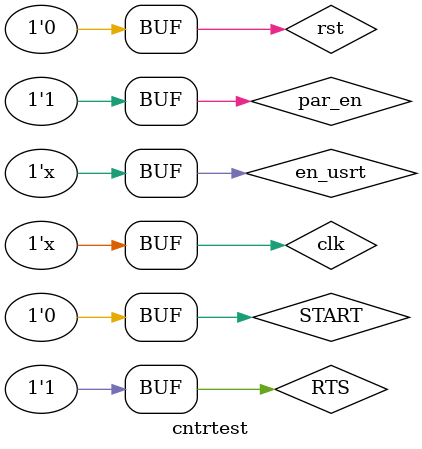
<source format=v>
`timescale 1ns / 1ps


module cntrtest;

	// Inputs
	reg clk;
	reg rst;
	reg START;
	reg par_en;
	reg en_usrt;
	reg RTS;

	// Outputs
	wire max;
	wire [5:0] cout;

	// Instantiate the Unit Under Test (UUT)
	cntr uut (
		.clk(clk), 
		.rst(rst), 
		.START(START), 
		.par_en(par_en), 
		.en_usrt(en_usrt), 
		.RTS(RTS), 
		.max(max), 
		.cout(cout)
	);
	
	always #5 clk<=~clk;
	always #10 en_usrt <= ~en_usrt; 

	initial begin
		// Initialize Inputs
		clk = 0;
		rst = 0;
		START = 0;
		par_en = 1;
		en_usrt = 0;
		RTS = 1;

		// Wait 100 ns for global reset to finish
		#100;
		  
		#10 rst=1;
		#10 rst=0;
		#10 START=1;
		#10000 START=0; 
        
		 
		// Add stimulus here

	end
      
endmodule


</source>
